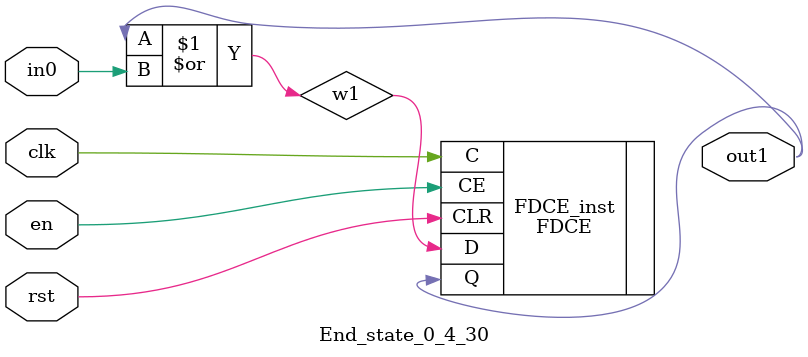
<source format=v>
module engine_0_4(out,clk,sod,en, in_24, in_25, in_26, in_27, in_28, in_29, in_30, in_31, in_0, in_1, in_3, in_4, in_5, in_6, in_7, in_8, in_12, in_16, in_17, in_19, in_20, in_21);
//pcre: /^[a-zA-Z]+\s+\x2Findex\x2Ejsp\x3Flogout\x3Dtrue.*\x2E\x2E\x2F/mi
//block char: [\z617a\z415a][1], \x2F[8], x[0], j[0], \x3F[8], u[0], t[0], .[7], ^[9], \x20[8], N[0], O[0], L[0], G[0], I[0], S[0], \x2E[8], r[0], e[0], d[0], =[0], p[0], 

	input clk,sod,en;

	input in_24, in_25, in_26, in_27, in_28, in_29, in_30, in_31, in_0, in_1, in_3, in_4, in_5, in_6, in_7, in_8, in_12, in_16, in_17, in_19, in_20, in_21;
	output out;

	assign w0 = 1'b1;
	state_0_4_1 BlockState_0_4_1 (w1,in_0,clk,en,sod,w0);
	state_0_4_2 BlockState_0_4_2 (w2,in_24,clk,en,sod,w2,w1);
	state_0_4_3 BlockState_0_4_3 (w3,in_1,clk,en,sod,w3,w2);
	state_0_4_4 BlockState_0_4_4 (w4,in_25,clk,en,sod,w3);
	state_0_4_5 BlockState_0_4_5 (w5,in_7,clk,en,sod,w4);
	state_0_4_6 BlockState_0_4_6 (w6,in_3,clk,en,sod,w5);
	state_0_4_7 BlockState_0_4_7 (w7,in_19,clk,en,sod,w6);
	state_0_4_8 BlockState_0_4_8 (w8,in_17,clk,en,sod,w7);
	state_0_4_9 BlockState_0_4_9 (w9,in_26,clk,en,sod,w8);
	state_0_4_10 BlockState_0_4_10 (w10,in_12,clk,en,sod,w9);
	state_0_4_11 BlockState_0_4_11 (w11,in_27,clk,en,sod,w10);
	state_0_4_12 BlockState_0_4_12 (w12,in_8,clk,en,sod,w11);
	state_0_4_13 BlockState_0_4_13 (w13,in_21,clk,en,sod,w12);
	state_0_4_14 BlockState_0_4_14 (w14,in_28,clk,en,sod,w13);
	state_0_4_15 BlockState_0_4_15 (w15,in_5,clk,en,sod,w14);
	state_0_4_16 BlockState_0_4_16 (w16,in_4,clk,en,sod,w15);
	state_0_4_17 BlockState_0_4_17 (w17,in_6,clk,en,sod,w16);
	state_0_4_18 BlockState_0_4_18 (w18,in_4,clk,en,sod,w17);
	state_0_4_19 BlockState_0_4_19 (w19,in_29,clk,en,sod,w18);
	state_0_4_20 BlockState_0_4_20 (w20,in_30,clk,en,sod,w19);
	state_0_4_21 BlockState_0_4_21 (w21,in_20,clk,en,sod,w20);
	state_0_4_22 BlockState_0_4_22 (w22,in_30,clk,en,sod,w21);
	state_0_4_23 BlockState_0_4_23 (w23,in_16,clk,en,sod,w22);
	state_0_4_24 BlockState_0_4_24 (w24,in_29,clk,en,sod,w23);
	state_0_4_25 BlockState_0_4_25 (w25,in_17,clk,en,sod,w24);
	state_0_4_26 BlockState_0_4_26 (w26,in_31,clk,en,sod,w26,w25);
	state_0_4_27 BlockState_0_4_27 (w27,in_12,clk,en,sod,w25,w26);
	state_0_4_28 BlockState_0_4_28 (w28,in_12,clk,en,sod,w27);
	state_0_4_29 BlockState_0_4_29 (w29,in_25,clk,en,sod,w28);
	End_state_0_4_30 BlockState_0_4_30 (out,clk,en,sod,w29);
endmodule

module state_0_4_1(out1,in_char,clk,en,rst,in0);
	input in_char,clk,en,rst,in0;
	output out1;
	wire w1,w2;
	assign w1 = in0; 
	and(w2,in_char,w1);
	FDCE #(.INIT(1'b0)) FDCE_inst (
		.Q(out1),
		.C(clk),
		.CE(en),
		.CLR(rst),
		.D(w2)
);
endmodule

module state_0_4_2(out1,in_char,clk,en,rst,in0,in1);
	input in_char,clk,en,rst,in0,in1;
	output out1;
	wire w1,w2;
	or(w1,in0,in1);
	and(w2,in_char,w1);
	FDCE #(.INIT(1'b0)) FDCE_inst (
		.Q(out1),
		.C(clk),
		.CE(en),
		.CLR(rst),
		.D(w2)
);
endmodule

module state_0_4_3(out1,in_char,clk,en,rst,in0,in1);
	input in_char,clk,en,rst,in0,in1;
	output out1;
	wire w1,w2;
	or(w1,in0,in1);
	and(w2,in_char,w1);
	FDCE #(.INIT(1'b0)) FDCE_inst (
		.Q(out1),
		.C(clk),
		.CE(en),
		.CLR(rst),
		.D(w2)
);
endmodule

module state_0_4_4(out1,in_char,clk,en,rst,in0);
	input in_char,clk,en,rst,in0;
	output out1;
	wire w1,w2;
	assign w1 = in0; 
	and(w2,in_char,w1);
	FDCE #(.INIT(1'b0)) FDCE_inst (
		.Q(out1),
		.C(clk),
		.CE(en),
		.CLR(rst),
		.D(w2)
);
endmodule

module state_0_4_5(out1,in_char,clk,en,rst,in0);
	input in_char,clk,en,rst,in0;
	output out1;
	wire w1,w2;
	assign w1 = in0; 
	and(w2,in_char,w1);
	FDCE #(.INIT(1'b0)) FDCE_inst (
		.Q(out1),
		.C(clk),
		.CE(en),
		.CLR(rst),
		.D(w2)
);
endmodule

module state_0_4_6(out1,in_char,clk,en,rst,in0);
	input in_char,clk,en,rst,in0;
	output out1;
	wire w1,w2;
	assign w1 = in0; 
	and(w2,in_char,w1);
	FDCE #(.INIT(1'b0)) FDCE_inst (
		.Q(out1),
		.C(clk),
		.CE(en),
		.CLR(rst),
		.D(w2)
);
endmodule

module state_0_4_7(out1,in_char,clk,en,rst,in0);
	input in_char,clk,en,rst,in0;
	output out1;
	wire w1,w2;
	assign w1 = in0; 
	and(w2,in_char,w1);
	FDCE #(.INIT(1'b0)) FDCE_inst (
		.Q(out1),
		.C(clk),
		.CE(en),
		.CLR(rst),
		.D(w2)
);
endmodule

module state_0_4_8(out1,in_char,clk,en,rst,in0);
	input in_char,clk,en,rst,in0;
	output out1;
	wire w1,w2;
	assign w1 = in0; 
	and(w2,in_char,w1);
	FDCE #(.INIT(1'b0)) FDCE_inst (
		.Q(out1),
		.C(clk),
		.CE(en),
		.CLR(rst),
		.D(w2)
);
endmodule

module state_0_4_9(out1,in_char,clk,en,rst,in0);
	input in_char,clk,en,rst,in0;
	output out1;
	wire w1,w2;
	assign w1 = in0; 
	and(w2,in_char,w1);
	FDCE #(.INIT(1'b0)) FDCE_inst (
		.Q(out1),
		.C(clk),
		.CE(en),
		.CLR(rst),
		.D(w2)
);
endmodule

module state_0_4_10(out1,in_char,clk,en,rst,in0);
	input in_char,clk,en,rst,in0;
	output out1;
	wire w1,w2;
	assign w1 = in0; 
	and(w2,in_char,w1);
	FDCE #(.INIT(1'b0)) FDCE_inst (
		.Q(out1),
		.C(clk),
		.CE(en),
		.CLR(rst),
		.D(w2)
);
endmodule

module state_0_4_11(out1,in_char,clk,en,rst,in0);
	input in_char,clk,en,rst,in0;
	output out1;
	wire w1,w2;
	assign w1 = in0; 
	and(w2,in_char,w1);
	FDCE #(.INIT(1'b0)) FDCE_inst (
		.Q(out1),
		.C(clk),
		.CE(en),
		.CLR(rst),
		.D(w2)
);
endmodule

module state_0_4_12(out1,in_char,clk,en,rst,in0);
	input in_char,clk,en,rst,in0;
	output out1;
	wire w1,w2;
	assign w1 = in0; 
	and(w2,in_char,w1);
	FDCE #(.INIT(1'b0)) FDCE_inst (
		.Q(out1),
		.C(clk),
		.CE(en),
		.CLR(rst),
		.D(w2)
);
endmodule

module state_0_4_13(out1,in_char,clk,en,rst,in0);
	input in_char,clk,en,rst,in0;
	output out1;
	wire w1,w2;
	assign w1 = in0; 
	and(w2,in_char,w1);
	FDCE #(.INIT(1'b0)) FDCE_inst (
		.Q(out1),
		.C(clk),
		.CE(en),
		.CLR(rst),
		.D(w2)
);
endmodule

module state_0_4_14(out1,in_char,clk,en,rst,in0);
	input in_char,clk,en,rst,in0;
	output out1;
	wire w1,w2;
	assign w1 = in0; 
	and(w2,in_char,w1);
	FDCE #(.INIT(1'b0)) FDCE_inst (
		.Q(out1),
		.C(clk),
		.CE(en),
		.CLR(rst),
		.D(w2)
);
endmodule

module state_0_4_15(out1,in_char,clk,en,rst,in0);
	input in_char,clk,en,rst,in0;
	output out1;
	wire w1,w2;
	assign w1 = in0; 
	and(w2,in_char,w1);
	FDCE #(.INIT(1'b0)) FDCE_inst (
		.Q(out1),
		.C(clk),
		.CE(en),
		.CLR(rst),
		.D(w2)
);
endmodule

module state_0_4_16(out1,in_char,clk,en,rst,in0);
	input in_char,clk,en,rst,in0;
	output out1;
	wire w1,w2;
	assign w1 = in0; 
	and(w2,in_char,w1);
	FDCE #(.INIT(1'b0)) FDCE_inst (
		.Q(out1),
		.C(clk),
		.CE(en),
		.CLR(rst),
		.D(w2)
);
endmodule

module state_0_4_17(out1,in_char,clk,en,rst,in0);
	input in_char,clk,en,rst,in0;
	output out1;
	wire w1,w2;
	assign w1 = in0; 
	and(w2,in_char,w1);
	FDCE #(.INIT(1'b0)) FDCE_inst (
		.Q(out1),
		.C(clk),
		.CE(en),
		.CLR(rst),
		.D(w2)
);
endmodule

module state_0_4_18(out1,in_char,clk,en,rst,in0);
	input in_char,clk,en,rst,in0;
	output out1;
	wire w1,w2;
	assign w1 = in0; 
	and(w2,in_char,w1);
	FDCE #(.INIT(1'b0)) FDCE_inst (
		.Q(out1),
		.C(clk),
		.CE(en),
		.CLR(rst),
		.D(w2)
);
endmodule

module state_0_4_19(out1,in_char,clk,en,rst,in0);
	input in_char,clk,en,rst,in0;
	output out1;
	wire w1,w2;
	assign w1 = in0; 
	and(w2,in_char,w1);
	FDCE #(.INIT(1'b0)) FDCE_inst (
		.Q(out1),
		.C(clk),
		.CE(en),
		.CLR(rst),
		.D(w2)
);
endmodule

module state_0_4_20(out1,in_char,clk,en,rst,in0);
	input in_char,clk,en,rst,in0;
	output out1;
	wire w1,w2;
	assign w1 = in0; 
	and(w2,in_char,w1);
	FDCE #(.INIT(1'b0)) FDCE_inst (
		.Q(out1),
		.C(clk),
		.CE(en),
		.CLR(rst),
		.D(w2)
);
endmodule

module state_0_4_21(out1,in_char,clk,en,rst,in0);
	input in_char,clk,en,rst,in0;
	output out1;
	wire w1,w2;
	assign w1 = in0; 
	and(w2,in_char,w1);
	FDCE #(.INIT(1'b0)) FDCE_inst (
		.Q(out1),
		.C(clk),
		.CE(en),
		.CLR(rst),
		.D(w2)
);
endmodule

module state_0_4_22(out1,in_char,clk,en,rst,in0);
	input in_char,clk,en,rst,in0;
	output out1;
	wire w1,w2;
	assign w1 = in0; 
	and(w2,in_char,w1);
	FDCE #(.INIT(1'b0)) FDCE_inst (
		.Q(out1),
		.C(clk),
		.CE(en),
		.CLR(rst),
		.D(w2)
);
endmodule

module state_0_4_23(out1,in_char,clk,en,rst,in0);
	input in_char,clk,en,rst,in0;
	output out1;
	wire w1,w2;
	assign w1 = in0; 
	and(w2,in_char,w1);
	FDCE #(.INIT(1'b0)) FDCE_inst (
		.Q(out1),
		.C(clk),
		.CE(en),
		.CLR(rst),
		.D(w2)
);
endmodule

module state_0_4_24(out1,in_char,clk,en,rst,in0);
	input in_char,clk,en,rst,in0;
	output out1;
	wire w1,w2;
	assign w1 = in0; 
	and(w2,in_char,w1);
	FDCE #(.INIT(1'b0)) FDCE_inst (
		.Q(out1),
		.C(clk),
		.CE(en),
		.CLR(rst),
		.D(w2)
);
endmodule

module state_0_4_25(out1,in_char,clk,en,rst,in0);
	input in_char,clk,en,rst,in0;
	output out1;
	wire w1,w2;
	assign w1 = in0; 
	and(w2,in_char,w1);
	FDCE #(.INIT(1'b0)) FDCE_inst (
		.Q(out1),
		.C(clk),
		.CE(en),
		.CLR(rst),
		.D(w2)
);
endmodule

module state_0_4_26(out1,in_char,clk,en,rst,in0,in1);
	input in_char,clk,en,rst,in0,in1;
	output out1;
	wire w1,w2;
	or(w1,in0,in1);
	and(w2,in_char,w1);
	FDCE #(.INIT(1'b0)) FDCE_inst (
		.Q(out1),
		.C(clk),
		.CE(en),
		.CLR(rst),
		.D(w2)
);
endmodule

module state_0_4_27(out1,in_char,clk,en,rst,in0,in1);
	input in_char,clk,en,rst,in0,in1;
	output out1;
	wire w1,w2;
	or(w1,in0,in1);
	and(w2,in_char,w1);
	FDCE #(.INIT(1'b0)) FDCE_inst (
		.Q(out1),
		.C(clk),
		.CE(en),
		.CLR(rst),
		.D(w2)
);
endmodule

module state_0_4_28(out1,in_char,clk,en,rst,in0);
	input in_char,clk,en,rst,in0;
	output out1;
	wire w1,w2;
	assign w1 = in0; 
	and(w2,in_char,w1);
	FDCE #(.INIT(1'b0)) FDCE_inst (
		.Q(out1),
		.C(clk),
		.CE(en),
		.CLR(rst),
		.D(w2)
);
endmodule

module state_0_4_29(out1,in_char,clk,en,rst,in0);
	input in_char,clk,en,rst,in0;
	output out1;
	wire w1,w2;
	assign w1 = in0; 
	and(w2,in_char,w1);
	FDCE #(.INIT(1'b0)) FDCE_inst (
		.Q(out1),
		.C(clk),
		.CE(en),
		.CLR(rst),
		.D(w2)
);
endmodule

module End_state_0_4_30(out1,clk,en,rst,in0);
	input clk,rst,en,in0;
	output out1;
	wire w1;
	or(w1,out1,in0);
	FDCE #(.INIT(1'b0)) FDCE_inst (
		.Q(out1),
		.C(clk),
		.CE(en),
		.CLR(rst),
		.D(w1)
);
endmodule


</source>
